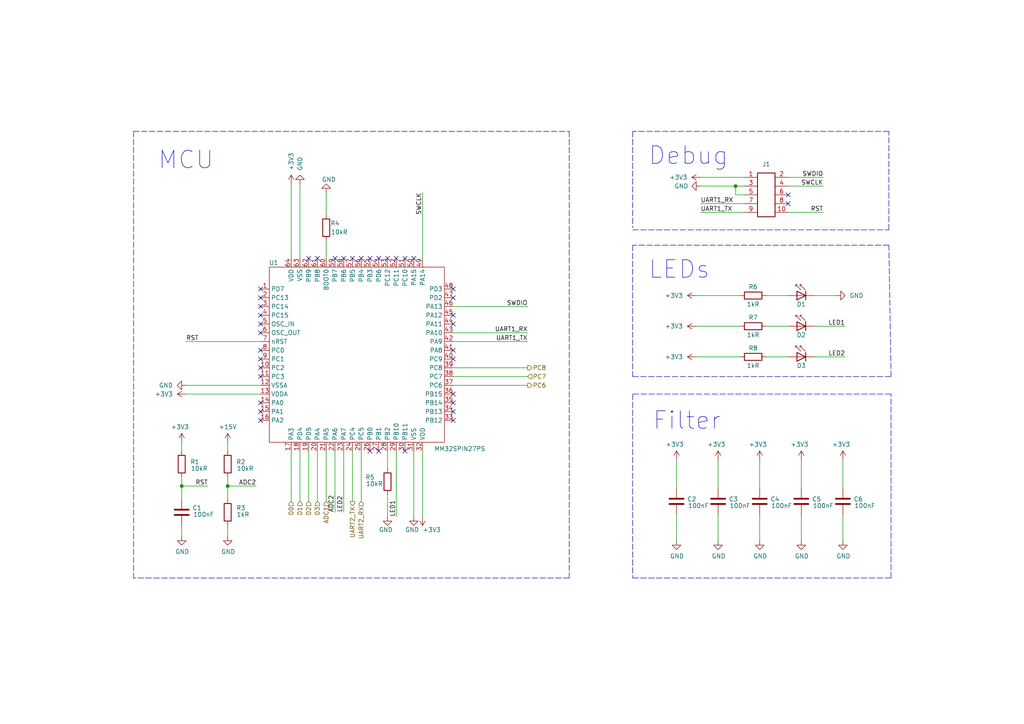
<source format=kicad_sch>
(kicad_sch (version 20211123) (generator eeschema)
  (paper "A4")
  (title_block (title "Power Board") (date "2022-07-19") (rev "1.2.2"))
  (lib_symbols
    (symbol "Device:C" (pin_numbers hide) (pin_names (offset 0.254))
      (property "Reference" "C" (at 0.635 2.54 0))
      (property "Value" "C" (at 0.635 -2.54 0))
      (symbol "C_0_1"
        (polyline (pts (xy -2.032 -0.762) (xy 2.032 -0.762)) (stroke (width 0.508)))
        (polyline (pts (xy -2.032 0.762) (xy 2.032 0.762)) (stroke (width 0.508)))
      )
      (symbol "C_1_1"
        (pin passive line (at 0 3.81 270) (length 2.794) (name "~") (number "1"))
        (pin passive line (at 0 -3.81 90) (length 2.794) (name "~") (number "2"))
      )
    )
    (symbol "Device:R" (pin_numbers hide) (pin_names (offset 0))
      (property "Reference" "R" (at 2.032 0 90))
      (property "Value" "R" (at 0 0 90))
      (symbol "R_0_1"
        (rectangle (start -1.016 -2.54) (end 1.016 2.54) (stroke (width 0.254)))
      )
      (symbol "R_1_1"
        (pin passive line (at 0 3.81 270) (length 1.27) (name "~") (number "1"))
        (pin passive line (at 0 -3.81 90) (length 1.27) (name "~") (number "2"))
      )
    )
    (symbol "LED:CQY99" (pin_numbers hide) (pin_names (offset 1.016) hide)
      (property "Reference" "D" (at 0.508 1.778 0))
      (property "Value" "CQY99" (at -1.016 -2.794 0))
      (symbol "CQY99_0_1"
        (polyline (pts (xy -2.54 1.27) (xy -2.54 -1.27)) (stroke (width 0.254)))
        (polyline (pts (xy 0 0) (xy -2.54 0)))
        (polyline (pts (xy 0.381 3.175) (xy -0.127 3.175)))
        (polyline (pts (xy -1.143 1.651) (xy 0.381 3.175) (xy 0.381 2.667)))
        (polyline (pts (xy 0 -1.27) (xy -2.54 0) (xy 0 1.27) (xy 0 -1.27)) (stroke (width 0.254)))
        (polyline (pts (xy -2.413 1.651) (xy -0.889 3.175) (xy -0.889 2.667) (xy -0.889 3.175) (xy -1.397 3.175)))
      )
      (symbol "CQY99_1_1"
        (pin passive line (at -5.08 0 0) (length 2.54) (name "K") (number "1"))
        (pin passive line (at 2.54 0 180) (length 2.54) (name "A") (number "2"))
      )
    )
    (symbol "MM32_Periph:MM32SPIN27PS"
      (property "Reference" "U" (at 46.99 -1.27 0))
      (property "Value" "MM32SPIN27PS" (at 57.15 -1.27 0))
      (symbol "MM32SPIN27PS_0_1"
        (rectangle (start 0 50.8) (end 50.8 0))
      )
      (symbol "MM32SPIN27PS_1_1"
        (pin bidirectional line (at -2.54 44.45 0) (length 2.54) (name "PD7") (number "1"))
        (pin bidirectional line (at -2.54 21.59 0) (length 2.54) (name "PC2") (number "10"))
        (pin bidirectional line (at -2.54 19.05 0) (length 2.54) (name "PC3") (number "11"))
        (pin power_in line (at -2.54 16.51 0) (length 2.54) (name "VSSA") (number "12"))
        (pin power_in line (at -2.54 13.97 0) (length 2.54) (name "VDDA") (number "13"))
        (pin bidirectional line (at -2.54 11.43 0) (length 2.54) (name "PA0") (number "14"))
        (pin bidirectional line (at -2.54 8.89 0) (length 2.54) (name "PA1") (number "15"))
        (pin bidirectional line (at -2.54 6.35 0) (length 2.54) (name "PA2") (number "16"))
        (pin bidirectional line (at 6.35 -2.54 90) (length 2.54) (name "PA3") (number "17"))
        (pin bidirectional line (at 8.89 -2.54 90) (length 2.54) (name "PD4") (number "18"))
        (pin bidirectional line (at 11.43 -2.54 90) (length 2.54) (name "PD5") (number "19"))
        (pin bidirectional line (at -2.54 41.91 0) (length 2.54) (name "PC13") (number "2"))
        (pin bidirectional line (at 13.97 -2.54 90) (length 2.54) (name "PA4") (number "20"))
        (pin bidirectional line (at 16.51 -2.54 90) (length 2.54) (name "PA5") (number "21"))
        (pin bidirectional line (at 19.05 -2.54 90) (length 2.54) (name "PA6") (number "22"))
        (pin bidirectional line (at 21.59 -2.54 90) (length 2.54) (name "PA7") (number "23"))
        (pin bidirectional line (at 24.13 -2.54 90) (length 2.54) (name "PC4") (number "24"))
        (pin bidirectional line (at 26.67 -2.54 90) (length 2.54) (name "PC5") (number "25"))
        (pin bidirectional line (at 29.21 -2.54 90) (length 2.54) (name "PB0") (number "26"))
        (pin bidirectional line (at 31.75 -2.54 90) (length 2.54) (name "PB1") (number "27"))
        (pin bidirectional line (at 34.29 -2.54 90) (length 2.54) (name "PB2") (number "28"))
        (pin bidirectional line (at 36.83 -2.54 90) (length 2.54) (name "PB10") (number "29"))
        (pin bidirectional line (at -2.54 39.37 0) (length 2.54) (name "PC14") (number "3"))
        (pin bidirectional line (at 39.37 -2.54 90) (length 2.54) (name "PB11") (number "30"))
        (pin power_in line (at 41.91 -2.54 90) (length 2.54) (name "VSS") (number "31"))
        (pin power_in line (at 44.45 -2.54 90) (length 2.54) (name "VDD") (number "32"))
        (pin bidirectional line (at 53.34 6.35 180) (length 2.54) (name "PB12") (number "33"))
        (pin bidirectional line (at 53.34 8.89 180) (length 2.54) (name "PB13") (number "34"))
        (pin bidirectional line (at 53.34 11.43 180) (length 2.54) (name "PB14") (number "35"))
        (pin bidirectional line (at 53.34 13.97 180) (length 2.54) (name "PB15") (number "36"))
        (pin bidirectional line (at 53.34 16.51 180) (length 2.54) (name "PC6") (number "37"))
        (pin bidirectional line (at 53.34 19.05 180) (length 2.54) (name "PC7") (number "38"))
        (pin bidirectional line (at 53.34 21.59 180) (length 2.54) (name "PC8") (number "39"))
        (pin bidirectional line (at -2.54 36.83 0) (length 2.54) (name "PC15") (number "4"))
        (pin bidirectional line (at 53.34 24.13 180) (length 2.54) (name "PC9") (number "40"))
        (pin bidirectional line (at 53.34 26.67 180) (length 2.54) (name "PA8") (number "41"))
        (pin bidirectional line (at 53.34 29.21 180) (length 2.54) (name "PA9") (number "42"))
        (pin bidirectional line (at 53.34 31.75 180) (length 2.54) (name "PA10") (number "43"))
        (pin bidirectional line (at 53.34 34.29 180) (length 2.54) (name "PA11") (number "44"))
        (pin bidirectional line (at 53.34 36.83 180) (length 2.54) (name "PA12") (number "45"))
        (pin bidirectional line (at 53.34 39.37 180) (length 2.54) (name "PA13") (number "46"))
        (pin bidirectional line (at 53.34 41.91 180) (length 2.54) (name "PD2") (number "47"))
        (pin bidirectional line (at 53.34 44.45 180) (length 2.54) (name "PD3") (number "48"))
        (pin bidirectional line (at 44.45 53.34 270) (length 2.54) (name "PA14") (number "49"))
        (pin passive line (at -2.54 34.29 0) (length 2.54) (name "OSC_IN") (number "5"))
        (pin bidirectional line (at 41.91 53.34 270) (length 2.54) (name "PA15") (number "50"))
        (pin bidirectional line (at 39.37 53.34 270) (length 2.54) (name "PC10") (number "51"))
        (pin bidirectional line (at 36.83 53.34 270) (length 2.54) (name "PC11") (number "52"))
        (pin bidirectional line (at 34.29 53.34 270) (length 2.54) (name "PC12") (number "53"))
        (pin bidirectional line (at 31.75 53.34 270) (length 2.54) (name "PD6") (number "54"))
        (pin bidirectional line (at 29.21 53.34 270) (length 2.54) (name "PB3") (number "55"))
        (pin bidirectional line (at 26.67 53.34 270) (length 2.54) (name "PB4") (number "56"))
        (pin bidirectional line (at 24.13 53.34 270) (length 2.54) (name "PB5") (number "57"))
        (pin bidirectional line (at 21.59 53.34 270) (length 2.54) (name "PB6") (number "58"))
        (pin bidirectional line (at 19.05 53.34 270) (length 2.54) (name "PB7") (number "59"))
        (pin passive line (at -2.54 31.75 0) (length 2.54) (name "OSC_OUT") (number "6"))
        (pin input line (at 16.51 53.34 270) (length 2.54) (name "BOOT0") (number "60"))
        (pin bidirectional line (at 13.97 53.34 270) (length 2.54) (name "PB8") (number "61"))
        (pin bidirectional line (at 11.43 53.34 270) (length 2.54) (name "PB9") (number "62"))
        (pin power_in line (at 8.89 53.34 270) (length 2.54) (name "VSS") (number "63"))
        (pin power_in line (at 6.35 53.34 270) (length 2.54) (name "VDD") (number "64"))
        (pin output line (at -2.54 29.21 0) (length 2.54) (name "nRST") (number "7"))
        (pin bidirectional line (at -2.54 26.67 0) (length 2.54) (name "PC0") (number "8"))
        (pin bidirectional line (at -2.54 24.13 0) (length 2.54) (name "PC1") (number "9"))
      )
    )
    (symbol "power:+15V" (power) (pin_names (offset 0))
      (property "Value" "+15V" (at 0 3.556 0))
      (symbol "+15V_0_1"
        (polyline (pts (xy -0.762 1.27) (xy 0 2.54)))
        (polyline (pts (xy 0 0) (xy 0 2.54)))
        (polyline (pts (xy 0 2.54) (xy 0.762 1.27)))
      )
      (symbol "+15V_1_1"
        (pin power_in line (at 0 0 90) (length 0) hide (name "+15V") (number "1"))
      )
    )
    (symbol "power:+3.3V" (power) (pin_names (offset 0))
      (property "Value" "+3.3V" (at 0 3.556 0))
      (symbol "+3.3V_0_1"
        (polyline (pts (xy -0.762 1.27) (xy 0 2.54)))
        (polyline (pts (xy 0 0) (xy 0 2.54)))
        (polyline (pts (xy 0 2.54) (xy 0.762 1.27)))
      )
      (symbol "+3.3V_1_1"
        (pin power_in line (at 0 0 90) (length 0) hide (name "+3V3") (number "1"))
      )
    )
    (symbol "power:GND" (power) (pin_names (offset 0))
      (property "Value" "GND" (at 0 -3.81 0))
      (symbol "GND_0_1"
        (polyline (pts (xy 0 0) (xy 0 -1.27) (xy 1.27 -1.27) (xy 0 -2.54) (xy -1.27 -1.27) (xy 0 -1.27)))
      )
      (symbol "GND_1_1"
        (pin power_in line (at 0 0 270) (length 0) hide (name "GND") (number "1"))
      )
    )
    (symbol "power_Library:conn_2x5"
      (property "Reference" "J" (at 0 0 0))
      (symbol "conn_2x5_1_1"
        (rectangle (start -3.81 16.51) (end 1.27 3.81) (stroke (width 0.254)))
        (pin passive line (at -7.62 15.24 0) (length 3.81) (name "") (number "1"))
        (pin passive line (at 5.08 5.08 180) (length 3.81) (name "") (number "10"))
        (pin passive line (at 5.08 15.24 180) (length 3.81) (name "") (number "2"))
        (pin passive line (at -7.62 12.7 0) (length 3.81) (name "") (number "3"))
        (pin passive line (at 5.08 12.7 180) (length 3.81) (name "") (number "4"))
        (pin passive line (at -7.62 10.16 0) (length 3.81) (name "") (number "5"))
        (pin passive line (at 5.08 10.16 180) (length 3.81) (name "") (number "6"))
        (pin passive line (at -7.62 7.62 0) (length 3.81) (name "") (number "7"))
        (pin passive line (at 5.08 7.62 180) (length 3.81) (name "") (number "8"))
        (pin passive line (at -7.62 5.08 0) (length 3.81) (name "") (number "9"))
      )
    )
  )
  (junction (at 66.04 140.97))
  (junction (at 213.36 53.975))
  (junction (at 52.705 140.97))
  (no_connect (at 109.855 130.81))
  (no_connect (at 131.445 101.6))
  (no_connect (at 131.445 119.38))
  (no_connect (at 131.445 114.3))
  (no_connect (at 131.445 116.84))
  (no_connect (at 131.445 121.92))
  (no_connect (at 120.015 74.93))
  (no_connect (at 131.445 83.82))
  (no_connect (at 131.445 86.36))
  (no_connect (at 131.445 91.44))
  (no_connect (at 131.445 93.98))
  (no_connect (at 104.775 74.93))
  (no_connect (at 75.565 93.98))
  (no_connect (at 117.475 74.93))
  (no_connect (at 89.535 74.93))
  (no_connect (at 75.565 83.82))
  (no_connect (at 75.565 86.36))
  (no_connect (at 75.565 88.9))
  (no_connect (at 75.565 91.44))
  (no_connect (at 75.565 101.6))
  (no_connect (at 75.565 104.14))
  (no_connect (at 75.565 106.68))
  (no_connect (at 75.565 109.22))
  (no_connect (at 75.565 121.92))
  (no_connect (at 75.565 119.38))
  (no_connect (at 75.565 116.84))
  (no_connect (at 131.445 104.14))
  (no_connect (at 92.075 74.93))
  (no_connect (at 117.475 130.81))
  (no_connect (at 228.6 59.055))
  (no_connect (at 228.6 56.515))
  (no_connect (at 97.155 74.93))
  (no_connect (at 107.315 130.81))
  (no_connect (at 112.395 74.93))
  (no_connect (at 109.855 74.93))
  (no_connect (at 114.935 74.93))
  (no_connect (at 75.565 96.52))
  (no_connect (at 102.235 74.93))
  (no_connect (at 107.315 74.93))
  (no_connect (at 99.695 74.93))
  (wire (pts (xy 66.04 140.97) (xy 74.295 140.97)))
  (wire (pts (xy 244.475 149.225) (xy 244.475 156.845)))
  (wire (pts (xy 53.975 99.06) (xy 75.565 99.06)))
  (wire (pts (xy 104.775 130.81) (xy 104.775 145.415)))
  (wire (pts (xy 94.615 69.85) (xy 94.615 74.93)))
  (wire (pts (xy 232.41 133.35) (xy 232.41 141.605)))
  (wire (pts (xy 222.25 103.505) (xy 228.6 103.505)))
  (wire (pts (xy 238.76 53.975) (xy 228.6 53.975)))
  (wire (pts (xy 196.215 133.35) (xy 196.215 141.605)))
  (polyline (pts (xy 183.515 38.1) (xy 183.515 66.04)))
  (wire (pts (xy 53.975 114.3) (xy 75.565 114.3)))
  (polyline (pts (xy 165.1 38.1) (xy 165.1 167.64)))
  (wire (pts (xy 131.445 109.22) (xy 153.035 109.22)))
  (wire (pts (xy 112.395 135.89) (xy 112.395 130.81)))
  (wire (pts (xy 245.11 103.505) (xy 236.22 103.505)))
  (wire (pts (xy 112.395 143.51) (xy 112.395 149.86)))
  (wire (pts (xy 94.615 62.23) (xy 94.615 55.88)))
  (wire (pts (xy 66.04 128.27) (xy 66.04 130.81)))
  (wire (pts (xy 114.935 149.86) (xy 114.935 130.81)))
  (wire (pts (xy 242.57 85.725) (xy 236.22 85.725)))
  (wire (pts (xy 201.93 94.615) (xy 214.63 94.615)))
  (wire (pts (xy 120.015 130.81) (xy 120.015 149.86)))
  (wire (pts (xy 53.975 111.76) (xy 75.565 111.76)))
  (wire (pts (xy 131.445 106.68) (xy 153.035 106.68)))
  (polyline (pts (xy 257.81 66.675) (xy 257.81 38.1)))
  (wire (pts (xy 208.28 133.35) (xy 208.28 141.605)))
  (polyline (pts (xy 183.515 71.12) (xy 183.515 109.22)))
  (wire (pts (xy 131.445 99.06) (xy 153.035 99.06)))
  (wire (pts (xy 201.93 103.505) (xy 214.63 103.505)))
  (wire (pts (xy 222.25 85.725) (xy 228.6 85.725)))
  (wire (pts (xy 99.695 148.59) (xy 99.695 130.81)))
  (wire (pts (xy 66.04 152.4) (xy 66.04 155.575)))
  (wire (pts (xy 84.455 53.34) (xy 84.455 74.93)))
  (polyline (pts (xy 183.515 114.3) (xy 183.515 167.64)))
  (wire (pts (xy 52.705 128.27) (xy 52.705 130.81)))
  (wire (pts (xy 215.9 61.595) (xy 203.2 61.595)))
  (polyline (pts (xy 183.515 109.22) (xy 258.445 109.22)))
  (wire (pts (xy 122.555 55.88) (xy 122.555 74.93)))
  (wire (pts (xy 203.2 51.435) (xy 215.9 51.435)))
  (wire (pts (xy 86.995 53.34) (xy 86.995 74.93)))
  (polyline (pts (xy 257.81 71.12) (xy 183.515 71.12)))
  (polyline (pts (xy 258.445 167.64) (xy 258.445 114.3)))
  (wire (pts (xy 208.28 149.225) (xy 208.28 156.845)))
  (polyline (pts (xy 165.1 167.64) (xy 38.735 167.64)))
  (wire (pts (xy 232.41 149.225) (xy 232.41 156.845)))
  (polyline (pts (xy 183.515 167.64) (xy 258.445 167.64)))
  (wire (pts (xy 84.455 145.415) (xy 84.455 130.81)))
  (wire (pts (xy 102.235 130.81) (xy 102.235 145.415)))
  (wire (pts (xy 213.36 53.975) (xy 215.9 53.975)))
  (wire (pts (xy 86.995 130.81) (xy 86.995 145.415)))
  (wire (pts (xy 215.9 59.055) (xy 203.2 59.055)))
  (polyline (pts (xy 257.81 38.1) (xy 183.515 38.1)))
  (polyline (pts (xy 38.735 38.1) (xy 165.1 38.1)))
  (wire (pts (xy 94.615 130.81) (xy 94.615 145.415)))
  (wire (pts (xy 66.04 138.43) (xy 66.04 140.97)))
  (wire (pts (xy 122.555 130.81) (xy 122.555 149.86)))
  (wire (pts (xy 52.705 140.97) (xy 52.705 144.78)))
  (wire (pts (xy 220.345 133.35) (xy 220.345 141.605)))
  (wire (pts (xy 215.9 56.515) (xy 213.36 56.515)))
  (wire (pts (xy 52.705 140.97) (xy 60.325 140.97)))
  (wire (pts (xy 213.36 56.515) (xy 213.36 53.975)))
  (wire (pts (xy 66.04 140.97) (xy 66.04 144.78)))
  (wire (pts (xy 92.075 130.81) (xy 92.075 145.415)))
  (polyline (pts (xy 258.445 109.22) (xy 257.81 71.12)))
  (wire (pts (xy 131.445 111.76) (xy 153.035 111.76)))
  (wire (pts (xy 131.445 96.52) (xy 153.035 96.52)))
  (wire (pts (xy 228.6 61.595) (xy 238.76 61.595)))
  (wire (pts (xy 97.155 130.81) (xy 97.155 148.59)))
  (wire (pts (xy 196.215 149.225) (xy 196.215 156.845)))
  (wire (pts (xy 245.11 94.615) (xy 236.22 94.615)))
  (wire (pts (xy 203.2 53.975) (xy 213.36 53.975)))
  (wire (pts (xy 201.93 85.725) (xy 214.63 85.725)))
  (polyline (pts (xy 258.445 114.3) (xy 183.515 114.3)))
  (wire (pts (xy 131.445 88.9) (xy 153.035 88.9)))
  (wire (pts (xy 89.535 130.81) (xy 89.535 145.415)))
  (wire (pts (xy 220.345 149.225) (xy 220.345 156.845)))
  (polyline (pts (xy 183.515 66.675) (xy 257.81 66.675)))
  (wire (pts (xy 222.25 94.615) (xy 228.6 94.615)))
  (wire (pts (xy 52.705 152.4) (xy 52.705 155.575)))
  (wire (pts (xy 244.475 133.35) (xy 244.475 141.605)))
  (wire (pts (xy 52.705 138.43) (xy 52.705 140.97)))
  (wire (pts (xy 228.6 51.435) (xy 238.76 51.435)))
  (polyline (pts (xy 38.735 38.1) (xy 38.735 167.64)))
  (text "MCU" (at 45.72 49.53 0) (effects (font (size 5.08 5.08)) (justify left bottom)))
  (text "Filter" (at 189.23 125.095 0) (effects (font (size 5.08 5.08)) (justify left bottom)))
  (text "Debug" (at 187.96 48.26 0) (effects (font (size 5.08 5.08)) (justify left bottom)))
  (text "LEDs" (at 187.96 81.28 0) (effects (font (size 5.08 5.08)) (justify left bottom)))
  (label "RST" (at 238.76 61.595 180))
  (label "LED1" (at 245.11 94.615 180))
  (label "LED2" (at 99.695 148.59 90))
  (label "SWCLK" (at 122.555 55.88 270))
  (label "SWDIO" (at 238.76 51.435 180))
  (label "RST" (at 60.325 140.97 180))
  (label "UART1_TX" (at 153.035 99.06 180))
  (label "ADC2" (at 97.155 148.59 90))
  (label "UART1_RX" (at 203.2 59.055 0))
  (label "UART1_RX" (at 153.035 96.52 180))
  (label "RST" (at 53.975 99.06 0))
  (label "LED2" (at 245.11 103.505 180))
  (label "ADC2" (at 74.295 140.97 180))
  (label "SWDIO" (at 153.035 88.9 180))
  (label "LED1" (at 114.935 149.86 90))
  (label "UART1_TX" (at 203.2 61.595 0))
  (label "SWCLK" (at 238.76 53.975 180))
  (hierarchical_label "PC7" (shape input) (at 153.035 109.22 0))
  (hierarchical_label "PC6" (shape output) (at 153.035 111.76 0))
  (hierarchical_label "D3" (shape input) (at 92.075 145.415 270))
  (hierarchical_label "D2" (shape input) (at 89.535 145.415 270))
  (hierarchical_label "D0" (shape input) (at 84.455 145.415 270))
  (hierarchical_label "D1" (shape input) (at 86.995 145.415 270))
  (hierarchical_label "UART2_RX" (shape input) (at 104.775 145.415 270))
  (hierarchical_label "PC8" (shape output) (at 153.035 106.68 0))
  (hierarchical_label "UART2_TX" (shape output) (at 102.235 145.415 270))
  (hierarchical_label "ADC1" (shape input) (at 94.615 145.415 270))
  (symbol (lib_id "power:GND") (at 66.04 155.575 0) (unit 1)
    (property "Reference" "#PWR06" (effects hide))
    (property "Value" "GND" (at 64.135 160.02 0) (effects (justify left)))
  )
  (symbol (lib_id "LED:CQY99") (at 231.14 103.505 0) (mirror y) (unit 1)
    (property "Reference" "D3" (at 232.41 106.045 0))
    (property "Value" "LED" (effects hide))
    (property "Footprint" "LED_SMD:LED_0603_1608Metric" (effects hide))
    (property "Datasheet" "https://www.prtice.info/IMG/pdf/CQY99.pdf" (effects hide))
  )
  (symbol (lib_id "power:+3.3V") (at 244.475 133.35 0) (unit 1)
    (property "Reference" "#PWR027" (effects hide))
    (property "Value" "+3.3V" (at 241.3 128.905 0) (effects (justify left)))
  )
  (symbol (lib_id "power:+3.3V") (at 201.93 94.615 90) (unit 1)
    (property "Reference" "#PWR016" (effects hide))
    (property "Value" "+3.3V" (at 198.12 94.615 90) (effects (justify left)))
  )
  (symbol (lib_id "power:GND") (at 52.705 155.575 0) (unit 1)
    (property "Reference" "#PWR02" (effects hide))
    (property "Value" "GND" (at 50.8 160.02 0) (effects (justify left)))
  )
  (symbol (lib_id "power:+3.3V") (at 232.41 133.35 0) (unit 1)
    (property "Reference" "#PWR024" (effects hide))
    (property "Value" "+3.3V" (at 229.235 128.905 0) (effects (justify left)))
  )
  (symbol (lib_id "power:+3.3V") (at 53.975 114.3 90) (unit 1)
    (property "Reference" "#PWR04" (effects hide))
    (property "Value" "+3.3V" (at 50.165 114.2999 90) (effects (justify left)))
  )
  (symbol (lib_id "Device:C") (at 208.28 145.415 180) (unit 1)
    (property "Reference" "C3" (at 212.725 144.78 0))
    (property "Value" "100nF" (at 214.63 146.685 0))
    (property "Footprint" "Capacitor_SMD:C_0603_1608Metric_Pad1.08x0.95mm_HandSolder" (effects hide))
  )
  (symbol (lib_id "Device:R") (at 66.04 148.59 0) (unit 1)
    (property "Reference" "R3" (at 69.85 147.32 0))
    (property "Value" "1kR" (at 70.485 149.225 0))
    (property "Footprint" "Resistor_SMD:R_0603_1608Metric_Pad0.98x0.95mm_HandSolder" (effects hide))
  )
  (symbol (lib_id "Device:R") (at 218.44 103.505 90) (unit 1)
    (property "Reference" "R8" (at 218.44 100.965 90))
    (property "Value" "1kR" (at 218.44 106.045 90))
    (property "Footprint" "Resistor_SMD:R_0603_1608Metric_Pad0.98x0.95mm_HandSolder" (effects hide))
  )
  (symbol (lib_id "Device:C") (at 244.475 145.415 180) (unit 1)
    (property "Reference" "C6" (at 248.92 144.78 0))
    (property "Value" "100nF" (at 250.825 146.685 0))
    (property "Footprint" "Capacitor_SMD:C_0603_1608Metric_Pad1.08x0.95mm_HandSolder" (effects hide))
  )
  (symbol (lib_id "power:GND") (at 120.015 149.86 0) (mirror y) (unit 1)
    (property "Reference" "#PWR011" (effects hide))
    (property "Value" "GND" (at 117.475 153.67 0) (effects (justify right)))
  )
  (symbol (lib_id "power:+3.3V") (at 220.345 133.35 0) (unit 1)
    (property "Reference" "#PWR022" (effects hide))
    (property "Value" "+3.3V" (at 217.17 128.905 0) (effects (justify left)))
  )
  (symbol (lib_id "MM32_Periph:MM32SPIN27PS") (at 78.105 128.27 0) (unit 1)
    (property "Reference" "U1" (at 79.375 76.2 0))
    (property "Value" "MM32SPIN27PS" (at 133.35 130.175 0))
    (property "Footprint" "Package_QFP:LQFP-64_10x10mm_P0.5mm" (effects hide))
  )
  (symbol (lib_id "Device:C") (at 232.41 145.415 180) (unit 1)
    (property "Reference" "C5" (at 236.855 144.78 0))
    (property "Value" "100nF" (at 238.76 146.685 0))
    (property "Footprint" "Capacitor_SMD:C_0603_1608Metric_Pad1.08x0.95mm_HandSolder" (effects hide))
  )
  (symbol (lib_id "power:GND") (at 203.2 53.975 270) (unit 1)
    (property "Reference" "#PWR019" (effects hide))
    (property "Value" "GND" (at 195.58 53.975 90) (effects (justify left)))
  )
  (symbol (lib_id "power:GND") (at 53.975 111.76 270) (unit 1)
    (property "Reference" "#PWR03" (effects hide))
    (property "Value" "GND" (at 50.165 111.7599 90) (effects (justify right)))
  )
  (symbol (lib_id "Device:C") (at 196.215 145.415 180) (unit 1)
    (property "Reference" "C2" (at 200.66 144.78 0))
    (property "Value" "100nF" (at 202.565 146.685 0))
    (property "Footprint" "Capacitor_SMD:C_0603_1608Metric_Pad1.08x0.95mm_HandSolder" (effects hide))
  )
  (symbol (lib_id "power:+3.3V") (at 52.705 128.27 0) (unit 1)
    (property "Reference" "#PWR01" (effects hide))
    (property "Value" "+3.3V" (at 49.53 123.825 0) (effects (justify left)))
  )
  (symbol (lib_id "power:+3.3V") (at 208.28 133.35 0) (unit 1)
    (property "Reference" "#PWR020" (effects hide))
    (property "Value" "+3.3V" (at 205.105 128.905 0) (effects (justify left)))
  )
  (symbol (lib_id "LED:CQY99") (at 231.14 85.725 0) (mirror y) (unit 1)
    (property "Reference" "D1" (at 232.41 88.265 0))
    (property "Value" "LED" (effects hide))
    (property "Footprint" "LED_SMD:LED_0603_1608Metric" (effects hide))
    (property "Datasheet" "https://www.prtice.info/IMG/pdf/CQY99.pdf" (effects hide))
  )
  (symbol (lib_id "power:GND") (at 208.28 156.845 0) (unit 1)
    (property "Reference" "#PWR021" (effects hide))
    (property "Value" "GND" (at 206.375 161.29 0) (effects (justify left)))
  )
  (symbol (lib_id "Device:R") (at 52.705 134.62 180) (unit 1)
    (property "Reference" "R1" (at 56.515 133.985 0))
    (property "Value" "10kR" (at 57.785 135.89 0))
    (property "Footprint" "Resistor_SMD:R_0603_1608Metric_Pad0.98x0.95mm_HandSolder" (effects hide))
  )
  (symbol (lib_id "power:+3.3V") (at 122.555 149.86 180) (unit 1)
    (property "Reference" "#PWR012" (effects hide))
    (property "Value" "+3.3V" (at 122.555 153.67 0) (effects (justify right)))
  )
  (symbol (lib_id "power:GND") (at 242.57 85.725 90) (unit 1)
    (property "Reference" "#PWR026" (effects hide))
    (property "Value" "GND" (at 246.38 85.7249 90) (effects (justify right)))
  )
  (symbol (lib_id "power:GND") (at 86.995 53.34 180) (unit 1)
    (property "Reference" "#PWR08" (effects hide))
    (property "Value" "GND" (at 86.9951 49.53 90) (effects (justify right)))
  )
  (symbol (lib_id "power:GND") (at 244.475 156.845 0) (unit 1)
    (property "Reference" "#PWR028" (effects hide))
    (property "Value" "GND" (at 242.57 161.29 0) (effects (justify left)))
  )
  (symbol (lib_id "power:+15V") (at 66.04 128.27 0) (unit 1)
    (property "Reference" "#PWR05" (effects hide))
    (property "Value" "+15V" (at 66.04 123.825 0))
  )
  (symbol (lib_id "LED:CQY99") (at 231.14 94.615 0) (mirror y) (unit 1)
    (property "Reference" "D2" (at 232.41 97.155 0))
    (property "Value" "LED" (effects hide))
    (property "Footprint" "LED_SMD:LED_0603_1608Metric" (effects hide))
    (property "Datasheet" "https://www.prtice.info/IMG/pdf/CQY99.pdf" (effects hide))
  )
  (symbol (lib_id "power:GND") (at 220.345 156.845 0) (unit 1)
    (property "Reference" "#PWR023" (effects hide))
    (property "Value" "GND" (at 218.44 161.29 0) (effects (justify left)))
  )
  (symbol (lib_id "Device:C") (at 220.345 145.415 180) (unit 1)
    (property "Reference" "C4" (at 224.79 144.78 0))
    (property "Value" "100nF" (at 226.695 146.685 0))
    (property "Footprint" "Capacitor_SMD:C_0603_1608Metric_Pad1.08x0.95mm_HandSolder" (effects hide))
  )
  (symbol (lib_id "power:+3.3V") (at 196.215 133.35 0) (unit 1)
    (property "Reference" "#PWR013" (effects hide))
    (property "Value" "+3.3V" (at 193.04 128.905 0) (effects (justify left)))
  )
  (symbol (lib_id "power:+3.3V") (at 203.2 51.435 90) (unit 1)
    (property "Reference" "#PWR018" (effects hide))
    (property "Value" "+3.3V" (at 199.39 51.4349 90) (effects (justify left)))
  )
  (symbol (lib_id "power:GND") (at 232.41 156.845 0) (unit 1)
    (property "Reference" "#PWR025" (effects hide))
    (property "Value" "GND" (at 230.505 161.29 0) (effects (justify left)))
  )
  (symbol (lib_id "power:+3.3V") (at 201.93 85.725 90) (unit 1)
    (property "Reference" "#PWR015" (effects hide))
    (property "Value" "+3.3V" (at 198.12 85.725 90) (effects (justify left)))
  )
  (symbol (lib_id "Device:C") (at 52.705 148.59 0) (unit 1)
    (property "Reference" "C1" (at 57.15 147.32 0))
    (property "Value" "100nF" (at 59.055 149.225 0))
    (property "Footprint" "Capacitor_SMD:C_0603_1608Metric_Pad1.08x0.95mm_HandSolder" (effects hide))
  )
  (symbol (lib_id "Device:R") (at 112.395 139.7 0) (mirror y) (unit 1)
    (property "Reference" "R5" (at 107.315 138.43 0))
    (property "Value" "10kR" (at 108.585 140.335 0))
    (property "Footprint" "Resistor_SMD:R_0603_1608Metric_Pad0.98x0.95mm_HandSolder" (effects hide))
  )
  (symbol (lib_id "Device:R") (at 218.44 85.725 90) (unit 1)
    (property "Reference" "R6" (at 218.44 83.185 90))
    (property "Value" "1kR" (at 218.44 88.265 90))
    (property "Footprint" "Resistor_SMD:R_0603_1608Metric_Pad0.98x0.95mm_HandSolder" (effects hide))
  )
  (symbol (lib_id "power:+3.3V") (at 201.93 103.505 90) (unit 1)
    (property "Reference" "#PWR017" (effects hide))
    (property "Value" "+3.3V" (at 198.12 103.505 90) (effects (justify left)))
  )
  (symbol (lib_id "power_Library:conn_2x5") (at 223.52 66.675 0) (unit 1)
    (property "Reference" "J1" (at 222.25 47.625 0))
    (property "Value" "conn_2x5" (effects hide))
    (property "Footprint" "Connector_PinHeader_2.54mm:PinHeader_2x05_P2.54mm_Vertical" (effects hide))
  )
  (symbol (lib_id "power:GND") (at 196.215 156.845 0) (unit 1)
    (property "Reference" "#PWR014" (effects hide))
    (property "Value" "GND" (at 194.31 161.29 0) (effects (justify left)))
  )
  (symbol (lib_id "Device:R") (at 218.44 94.615 90) (unit 1)
    (property "Reference" "R7" (at 218.44 92.075 90))
    (property "Value" "1kR" (at 218.44 97.155 90))
    (property "Footprint" "Resistor_SMD:R_0603_1608Metric_Pad0.98x0.95mm_HandSolder" (effects hide))
  )
  (symbol (lib_id "Device:R") (at 66.04 134.62 0) (unit 1)
    (property "Reference" "R2" (at 69.85 133.985 0))
    (property "Value" "10kR" (at 71.12 135.89 0))
    (property "Footprint" "Resistor_SMD:R_0603_1608Metric_Pad0.98x0.95mm_HandSolder" (effects hide))
  )
  (symbol (lib_id "power:GND") (at 94.615 55.88 180) (unit 1)
    (property "Reference" "#PWR09" (effects hide))
    (property "Value" "GND" (at 93.345 52.07 0) (effects (justify right)))
  )
  (symbol (lib_id "power:GND") (at 112.395 149.86 0) (mirror y) (unit 1)
    (property "Reference" "#PWR010" (effects hide))
    (property "Value" "GND" (at 109.855 153.67 0) (effects (justify right)))
  )
  (symbol (lib_id "power:+3.3V") (at 84.455 53.34 0) (unit 1)
    (property "Reference" "#PWR07" (effects hide))
    (property "Value" "+3.3V" (at 84.4551 49.53 90) (effects (justify left)))
  )
  (symbol (lib_id "Device:R") (at 94.615 66.04 180) (unit 1)
    (property "Reference" "R4" (at 97.155 64.77 0))
    (property "Value" "10kR" (at 98.425 67.31 0))
    (property "Footprint" "Resistor_SMD:R_0603_1608Metric_Pad0.98x0.95mm_HandSolder" (effects hide))
  )
)
</source>
